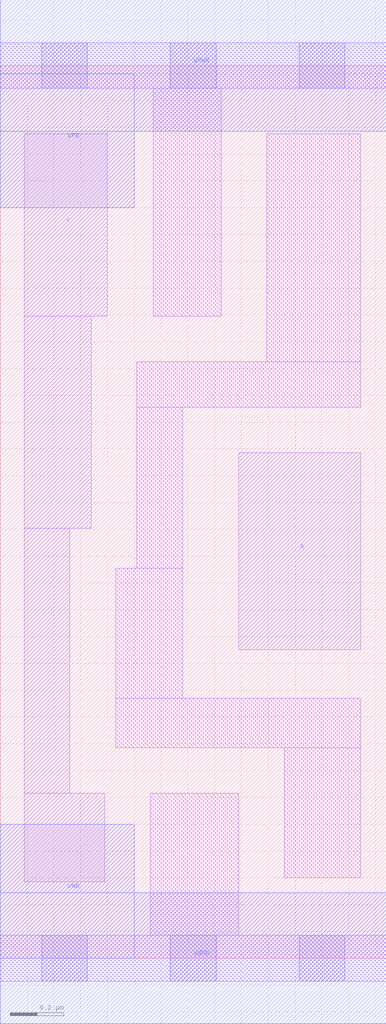
<source format=lef>
# Copyright 2020 The SkyWater PDK Authors
#
# Licensed under the Apache License, Version 2.0 (the "License");
# you may not use this file except in compliance with the License.
# You may obtain a copy of the License at
#
#     https://www.apache.org/licenses/LICENSE-2.0
#
# Unless required by applicable law or agreed to in writing, software
# distributed under the License is distributed on an "AS IS" BASIS,
# WITHOUT WARRANTIES OR CONDITIONS OF ANY KIND, either express or implied.
# See the License for the specific language governing permissions and
# limitations under the License.
#
# SPDX-License-Identifier: Apache-2.0

VERSION 5.5 ;
NAMESCASESENSITIVE ON ;
BUSBITCHARS "[]" ;
DIVIDERCHAR "/" ;
MACRO sky130_fd_sc_lp__buf_0
  CLASS CORE ;
  SOURCE USER ;
  ORIGIN  0.000000  0.000000 ;
  SIZE  1.440000 BY  3.330000 ;
  SYMMETRY X Y R90 ;
  SITE unit ;
  PIN A
    ANTENNAGATEAREA  0.126000 ;
    DIRECTION INPUT ;
    USE SIGNAL ;
    PORT
      LAYER li1 ;
        RECT 0.890000 1.150000 1.345000 1.885000 ;
    END
  END A
  PIN X
    ANTENNADIFFAREA  0.280900 ;
    DIRECTION OUTPUT ;
    USE SIGNAL ;
    PORT
      LAYER li1 ;
        RECT 0.090000 0.285000 0.390000 0.615000 ;
        RECT 0.090000 0.615000 0.260000 1.605000 ;
        RECT 0.090000 1.605000 0.340000 2.395000 ;
        RECT 0.090000 2.395000 0.400000 3.075000 ;
    END
  END X
  PIN VGND
    DIRECTION INOUT ;
    USE GROUND ;
    PORT
      LAYER met1 ;
        RECT 0.000000 -0.245000 1.440000 0.245000 ;
    END
  END VGND
  PIN VNB
    DIRECTION INOUT ;
    USE GROUND ;
    PORT
    END
  END VNB
  PIN VPB
    DIRECTION INOUT ;
    USE POWER ;
    PORT
    END
  END VPB
  PIN VNB
    DIRECTION INOUT ;
    USE GROUND ;
    PORT
      LAYER met1 ;
        RECT 0.000000 0.000000 0.500000 0.500000 ;
    END
  END VNB
  PIN VPB
    DIRECTION INOUT ;
    USE POWER ;
    PORT
      LAYER met1 ;
        RECT 0.000000 2.800000 0.500000 3.300000 ;
    END
  END VPB
  PIN VPWR
    DIRECTION INOUT ;
    USE POWER ;
    PORT
      LAYER met1 ;
        RECT 0.000000 3.085000 1.440000 3.575000 ;
    END
  END VPWR
  OBS
    LAYER li1 ;
      RECT 0.000000 -0.085000 1.440000 0.085000 ;
      RECT 0.000000  3.245000 1.440000 3.415000 ;
      RECT 0.430000  0.785000 1.345000 0.970000 ;
      RECT 0.430000  0.970000 0.680000 1.455000 ;
      RECT 0.510000  1.455000 0.680000 2.055000 ;
      RECT 0.510000  2.055000 1.345000 2.225000 ;
      RECT 0.560000  0.085000 0.890000 0.615000 ;
      RECT 0.570000  2.395000 0.825000 3.245000 ;
      RECT 0.995000  2.225000 1.345000 3.075000 ;
      RECT 1.060000  0.300000 1.345000 0.785000 ;
    LAYER mcon ;
      RECT 0.155000 -0.085000 0.325000 0.085000 ;
      RECT 0.155000  3.245000 0.325000 3.415000 ;
      RECT 0.635000 -0.085000 0.805000 0.085000 ;
      RECT 0.635000  3.245000 0.805000 3.415000 ;
      RECT 1.115000 -0.085000 1.285000 0.085000 ;
      RECT 1.115000  3.245000 1.285000 3.415000 ;
  END
END sky130_fd_sc_lp__buf_0
END LIBRARY

</source>
